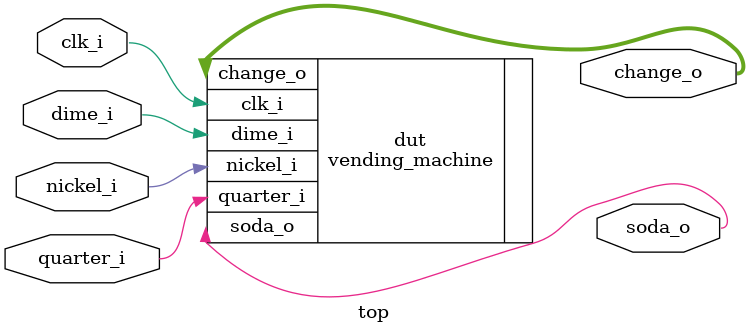
<source format=sv>
module top (
  // input
  input logic clk_i,
  input logic nickel_i,
  input logic dime_i,
  input logic quarter_i,

  // output
  output logic soda_o,
  output logic [2:0] change_o	
);

  vending_machine dut (
  	.clk_i (clk_i),
  	.nickel_i (nickel_i),
  	.dime_i (dime_i),
  	.quarter_i (quarter_i),
  	.soda_o (soda_o),
  	.change_o (change_o)
  );
endmodule : top

</source>
